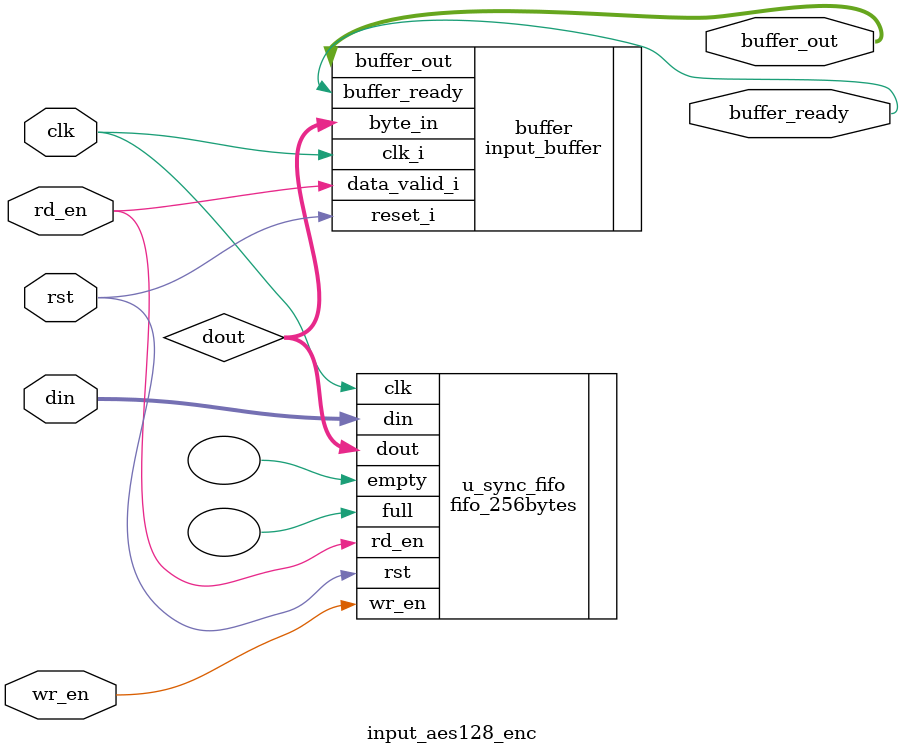
<source format=v>
`timescale 1ns / 1ps


module input_aes128_enc #(parameter NUM_BYTES =16,
                          parameter DEPTH = 256,
                          parameter DWIDTH = 8)
    
                         ( input clk,
                           input rst,
                           input wr_en,
                           input rd_en,
                           input [7:0] din, 
                           
                           output buffer_ready,
                           output [127:0] buffer_out
                           );
    
    wire [7:0] dout;
    
    fifo_256bytes #(.DEPTH(DEPTH), 
                    .DWIDTH(DWIDTH))
    
       u_sync_fifo (         .rst(rst),
                             .wr_en(wr_en),
                             .rd_en(rd_en),
                             .clk(clk),
                             .din(din),
                             .dout(dout),
                             .empty(),
                             .full()
                            );
                            
        input_buffer #(
                                .NUM_BYTES(NUM_BYTES) 
                            ) buffer (
                                .clk_i(clk),
                                .reset_i(rst),
                                .data_valid_i(rd_en),
                                .byte_in(dout),
                                .buffer_ready(buffer_ready),
                                .buffer_out(buffer_out)
                            );                                          
endmodule

</source>
